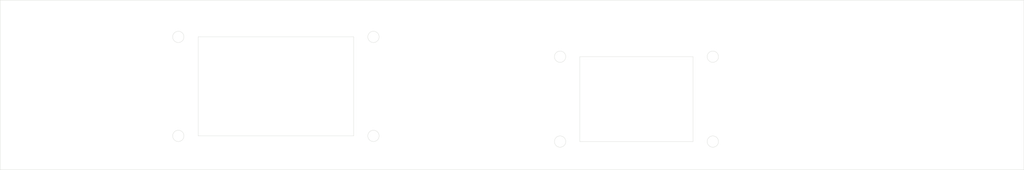
<source format=kicad_pcb>
(kicad_pcb (version 3) (host pcbnew "(2013-07-07 BZR 4022)-stable")

  (general
    (links 0)
    (no_connects 0)
    (area 19.949999 139.949999 382.050001 200.050001)
    (thickness 1.6)
    (drawings 20)
    (tracks 0)
    (zones 0)
    (modules 0)
    (nets 1)
  )

  (page A3)
  (layers
    (15 F.Cu signal)
    (0 B.Cu signal)
    (16 B.Adhes user)
    (17 F.Adhes user)
    (18 B.Paste user)
    (19 F.Paste user)
    (20 B.SilkS user)
    (21 F.SilkS user)
    (22 B.Mask user)
    (23 F.Mask user)
    (24 Dwgs.User user)
    (25 Cmts.User user)
    (26 Eco1.User user)
    (27 Eco2.User user)
    (28 Edge.Cuts user)
  )

  (setup
    (last_trace_width 0.254)
    (trace_clearance 0.254)
    (zone_clearance 0.508)
    (zone_45_only no)
    (trace_min 0.254)
    (segment_width 0.2)
    (edge_width 0.1)
    (via_size 0.889)
    (via_drill 0.635)
    (via_min_size 0.889)
    (via_min_drill 0.508)
    (uvia_size 0.508)
    (uvia_drill 0.127)
    (uvias_allowed no)
    (uvia_min_size 0.508)
    (uvia_min_drill 0.127)
    (pcb_text_width 0.3)
    (pcb_text_size 1.5 1.5)
    (mod_edge_width 0.15)
    (mod_text_size 1 1)
    (mod_text_width 0.15)
    (pad_size 1.5 1.5)
    (pad_drill 0.6)
    (pad_to_mask_clearance 0)
    (aux_axis_origin 20 200)
    (visible_elements FFFFFFBF)
    (pcbplotparams
      (layerselection 268435456)
      (usegerberextensions false)
      (excludeedgelayer true)
      (linewidth 0.150000)
      (plotframeref false)
      (viasonmask false)
      (mode 0)
      (useauxorigin false)
      (hpglpennumber 1)
      (hpglpenspeed 20)
      (hpglpendiameter 15)
      (hpglpenoverlay 2)
      (psnegative false)
      (psa4output false)
      (plotreference true)
      (plotvalue true)
      (plotothertext true)
      (plotinvisibletext false)
      (padsonsilk false)
      (subtractmaskfromsilk false)
      (outputformat 3)
      (mirror false)
      (drillshape 0)
      (scaleselection 1)
      (outputdirectory Plot/))
  )

  (net 0 "")

  (net_class Default "This is the default net class."
    (clearance 0.254)
    (trace_width 0.254)
    (via_dia 0.889)
    (via_drill 0.635)
    (uvia_dia 0.508)
    (uvia_drill 0.127)
    (add_net "")
  )

  (gr_circle (center 272 160) (end 274 160) (layer Edge.Cuts) (width 0.1))
  (gr_circle (center 272 190) (end 274 190) (layer Edge.Cuts) (width 0.1))
  (gr_circle (center 218 190) (end 220 190) (layer Edge.Cuts) (width 0.1))
  (gr_circle (center 218 160) (end 220 160) (layer Edge.Cuts) (width 0.1))
  (gr_circle (center 83 153) (end 85 153) (layer Edge.Cuts) (width 0.1))
  (gr_circle (center 83 188) (end 85 188) (layer Edge.Cuts) (width 0.1))
  (gr_circle (center 152 188) (end 154 188) (layer Edge.Cuts) (width 0.1))
  (gr_circle (center 152 153) (end 154 153) (layer Edge.Cuts) (width 0.1))
  (gr_line (start 225 160) (end 225 190) (angle 90) (layer Edge.Cuts) (width 0.1))
  (gr_line (start 265 160) (end 225 160) (angle 90) (layer Edge.Cuts) (width 0.1))
  (gr_line (start 265 190) (end 265 160) (angle 90) (layer Edge.Cuts) (width 0.1))
  (gr_line (start 225 190) (end 265 190) (angle 90) (layer Edge.Cuts) (width 0.1))
  (gr_line (start 90 153) (end 90 188) (angle 90) (layer Edge.Cuts) (width 0.1))
  (gr_line (start 145 153) (end 90 153) (angle 90) (layer Edge.Cuts) (width 0.1))
  (gr_line (start 145 188) (end 145 153) (angle 90) (layer Edge.Cuts) (width 0.1))
  (gr_line (start 90 188) (end 145 188) (angle 90) (layer Edge.Cuts) (width 0.1))
  (gr_line (start 20 140) (end 20 200) (angle 90) (layer Edge.Cuts) (width 0.1))
  (gr_line (start 382 140) (end 20 140) (angle 90) (layer Edge.Cuts) (width 0.1))
  (gr_line (start 382 200) (end 382 140) (angle 90) (layer Edge.Cuts) (width 0.1))
  (gr_line (start 20 200) (end 382 200) (angle 90) (layer Edge.Cuts) (width 0.1))

)

</source>
